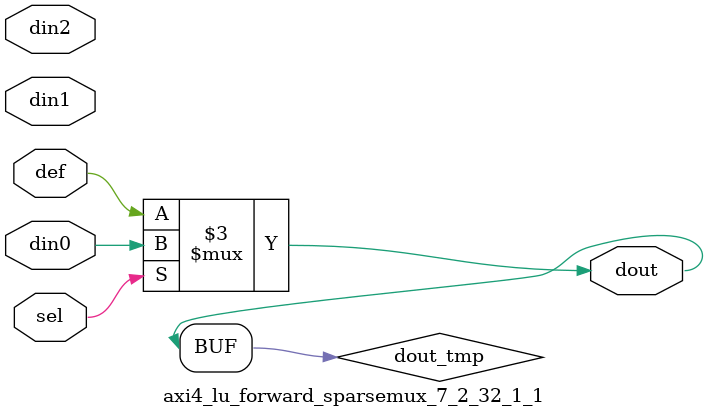
<source format=v>
`timescale 1ns / 1ps

module axi4_lu_forward_sparsemux_7_2_32_1_1 (din0,din1,din2,def,sel,dout);

parameter din0_WIDTH = 1;

parameter din1_WIDTH = 1;

parameter din2_WIDTH = 1;

parameter def_WIDTH = 1;
parameter sel_WIDTH = 1;
parameter dout_WIDTH = 1;

parameter [sel_WIDTH-1:0] CASE0 = 1;

parameter [sel_WIDTH-1:0] CASE1 = 1;

parameter [sel_WIDTH-1:0] CASE2 = 1;

parameter ID = 1;
parameter NUM_STAGE = 1;



input [din0_WIDTH-1:0] din0;

input [din1_WIDTH-1:0] din1;

input [din2_WIDTH-1:0] din2;

input [def_WIDTH-1:0] def;
input [sel_WIDTH-1:0] sel;

output [dout_WIDTH-1:0] dout;



reg [dout_WIDTH-1:0] dout_tmp;

always @ (*) begin
case (sel)
    
    CASE0 : dout_tmp = din0;
    
    CASE1 : dout_tmp = din1;
    
    CASE2 : dout_tmp = din2;
    
    default : dout_tmp = def;
endcase
end


assign dout = dout_tmp;



endmodule

</source>
